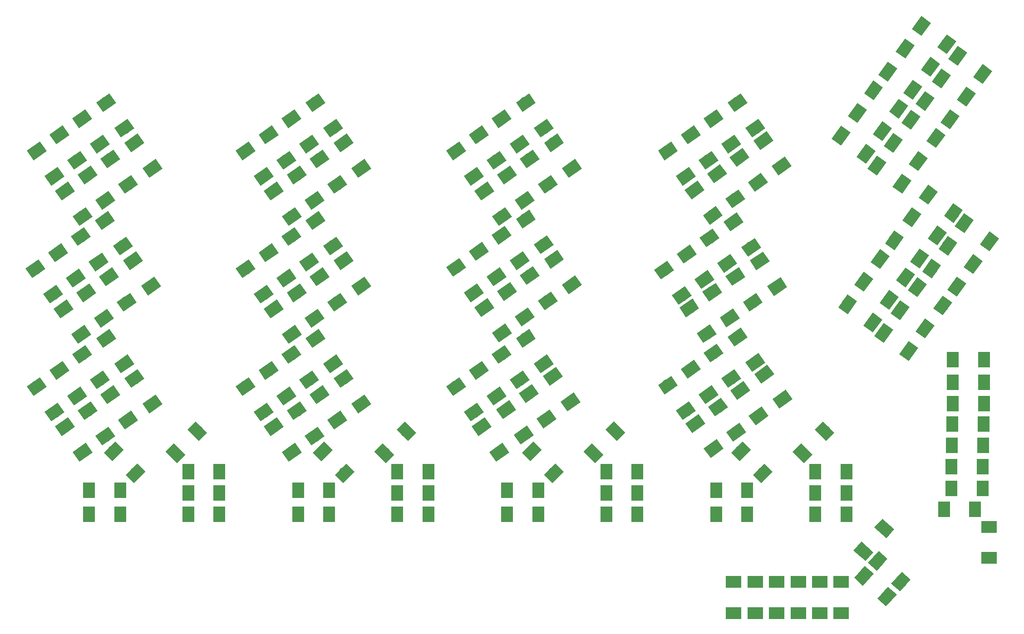
<source format=gbr>
%TF.GenerationSoftware,KiCad,Pcbnew,(5.1.4)-1*%
%TF.CreationDate,2020-05-13T01:14:08+08:00*%
%TF.ProjectId,LPF,4c50462e-6b69-4636-9164-5f7063625858,rev?*%
%TF.SameCoordinates,Original*%
%TF.FileFunction,Paste,Bot*%
%TF.FilePolarity,Positive*%
%FSLAX46Y46*%
G04 Gerber Fmt 4.6, Leading zero omitted, Abs format (unit mm)*
G04 Created by KiCad (PCBNEW (5.1.4)-1) date 2020-05-13 01:14:08*
%MOMM*%
%LPD*%
G04 APERTURE LIST*
%ADD10R,3.000000X2.200000*%
%ADD11C,2.200000*%
%ADD12C,0.350000*%
%ADD13R,2.200000X3.000000*%
G04 APERTURE END LIST*
D10*
X210000000Y-144300000D03*
X210000000Y-150100000D03*
X182400000Y-154600000D03*
X182400000Y-160400000D03*
X178400000Y-160400000D03*
X178400000Y-154600000D03*
X174400000Y-154600000D03*
X174400000Y-160400000D03*
X170400000Y-160400000D03*
X170400000Y-154600000D03*
X166400000Y-154600000D03*
X166400000Y-160400000D03*
D11*
X189244880Y-150659521D03*
D12*
G36*
X191066035Y-150280847D02*
G01*
X189058643Y-152510282D01*
X187423725Y-151038195D01*
X189431117Y-148808760D01*
X191066035Y-150280847D01*
X191066035Y-150280847D01*
G37*
D11*
X193555120Y-154540479D03*
D12*
G36*
X195376275Y-154161805D02*
G01*
X193368883Y-156391240D01*
X191733965Y-154919153D01*
X193741357Y-152689718D01*
X195376275Y-154161805D01*
X195376275Y-154161805D01*
G37*
D10*
X162300000Y-160400000D03*
X162300000Y-154600000D03*
D11*
X186559521Y-148905120D03*
D12*
G36*
X186180847Y-147083965D02*
G01*
X188410282Y-149091357D01*
X186938195Y-150726275D01*
X184708760Y-148718883D01*
X186180847Y-147083965D01*
X186180847Y-147083965D01*
G37*
D11*
X190440479Y-144594880D03*
D12*
G36*
X190061805Y-142773725D02*
G01*
X192291240Y-144781117D01*
X190819153Y-146416035D01*
X188589718Y-144408643D01*
X190061805Y-142773725D01*
X190061805Y-142773725D01*
G37*
D11*
X190955120Y-157340479D03*
D12*
G36*
X192776275Y-156961805D02*
G01*
X190768883Y-159191240D01*
X189133965Y-157719153D01*
X191141357Y-155489718D01*
X192776275Y-156961805D01*
X192776275Y-156961805D01*
G37*
D11*
X186644880Y-153459521D03*
D12*
G36*
X188466035Y-153080847D02*
G01*
X186458643Y-155310282D01*
X184823725Y-153838195D01*
X186831117Y-151608760D01*
X188466035Y-153080847D01*
X188466035Y-153080847D01*
G37*
D13*
X203250000Y-113100000D03*
X209050000Y-113100000D03*
X201600000Y-141000000D03*
X207400000Y-141000000D03*
X203151838Y-125100000D03*
X208951838Y-125100000D03*
X203000000Y-133100000D03*
X208800000Y-133100000D03*
X208879278Y-129100000D03*
X203079278Y-129100000D03*
X208800000Y-137100000D03*
X203000000Y-137100000D03*
X209055717Y-117350000D03*
X203255717Y-117350000D03*
X203250000Y-121350000D03*
X209050000Y-121350000D03*
D11*
X202326964Y-91842014D03*
D12*
G36*
X204098561Y-91275052D02*
G01*
X202335205Y-93702103D01*
X200555367Y-92408976D01*
X202318723Y-89981925D01*
X204098561Y-91275052D01*
X204098561Y-91275052D01*
G37*
D11*
X207019262Y-95251168D03*
D12*
G36*
X208790859Y-94684206D02*
G01*
X207027503Y-97111257D01*
X205247665Y-95818130D01*
X207011021Y-93391079D01*
X208790859Y-94684206D01*
X208790859Y-94684206D01*
G37*
D11*
X203977510Y-99471387D03*
D12*
G36*
X205749107Y-98904425D02*
G01*
X203985751Y-101331476D01*
X202205913Y-100038349D01*
X203969269Y-97611298D01*
X205749107Y-98904425D01*
X205749107Y-98904425D01*
G37*
D11*
X199285212Y-96062233D03*
D12*
G36*
X201056809Y-95495271D02*
G01*
X199293453Y-97922322D01*
X197513615Y-96629195D01*
X199276971Y-94202144D01*
X201056809Y-95495271D01*
X201056809Y-95495271D01*
G37*
D11*
X210061010Y-91030948D03*
D12*
G36*
X211832607Y-90463986D02*
G01*
X210069251Y-92891037D01*
X208289413Y-91597910D01*
X210052769Y-89170859D01*
X211832607Y-90463986D01*
X211832607Y-90463986D01*
G37*
D11*
X205368712Y-87621794D03*
D12*
G36*
X207140309Y-87054832D02*
G01*
X205376953Y-89481883D01*
X203597115Y-88188756D01*
X205360471Y-85761705D01*
X207140309Y-87054832D01*
X207140309Y-87054832D01*
G37*
D11*
X196646841Y-99570180D03*
D12*
G36*
X198418438Y-99003218D02*
G01*
X196655082Y-101430269D01*
X194875244Y-100137142D01*
X196638600Y-97710091D01*
X198418438Y-99003218D01*
X198418438Y-99003218D01*
G37*
D11*
X201339139Y-102979334D03*
D12*
G36*
X203110736Y-102412372D02*
G01*
X201347380Y-104839423D01*
X199567542Y-103546296D01*
X201330898Y-101119245D01*
X203110736Y-102412372D01*
X203110736Y-102412372D01*
G37*
D11*
X193368712Y-103871794D03*
D12*
G36*
X195140309Y-103304832D02*
G01*
X193376953Y-105731883D01*
X191597115Y-104438756D01*
X193360471Y-102011705D01*
X195140309Y-103304832D01*
X195140309Y-103304832D01*
G37*
D11*
X198061010Y-107280948D03*
D12*
G36*
X199832607Y-106713986D02*
G01*
X198069251Y-109141037D01*
X196289413Y-107847910D01*
X198052769Y-105420859D01*
X199832607Y-106713986D01*
X199832607Y-106713986D01*
G37*
D11*
X195019262Y-111501168D03*
D12*
G36*
X196790859Y-110934206D02*
G01*
X195027503Y-113361257D01*
X193247665Y-112068130D01*
X195011021Y-109641079D01*
X196790859Y-110934206D01*
X196790859Y-110934206D01*
G37*
D11*
X190326964Y-108092014D03*
D12*
G36*
X192098561Y-107525052D02*
G01*
X190335205Y-109952103D01*
X188555367Y-108658976D01*
X190318723Y-106231925D01*
X192098561Y-107525052D01*
X192098561Y-107525052D01*
G37*
D11*
X188306000Y-106179068D03*
D12*
G36*
X186534403Y-106746030D02*
G01*
X188297759Y-104318979D01*
X190077597Y-105612106D01*
X188314241Y-108039157D01*
X186534403Y-106746030D01*
X186534403Y-106746030D01*
G37*
D11*
X183613702Y-102769914D03*
D12*
G36*
X181842105Y-103336876D02*
G01*
X183605461Y-100909825D01*
X185385299Y-102202952D01*
X183621943Y-104630003D01*
X181842105Y-103336876D01*
X181842105Y-103336876D01*
G37*
D11*
X195613691Y-86519906D03*
D12*
G36*
X193842094Y-87086868D02*
G01*
X195605450Y-84659817D01*
X197385288Y-85952944D01*
X195621932Y-88379995D01*
X193842094Y-87086868D01*
X193842094Y-87086868D01*
G37*
D11*
X200305989Y-89929060D03*
D12*
G36*
X198534392Y-90496022D02*
G01*
X200297748Y-88068971D01*
X202077586Y-89362098D01*
X200314230Y-91789149D01*
X198534392Y-90496022D01*
X198534392Y-90496022D01*
G37*
D11*
X203347731Y-85708843D03*
D12*
G36*
X201576134Y-86275805D02*
G01*
X203339490Y-83848754D01*
X205119328Y-85141881D01*
X203355972Y-87568932D01*
X201576134Y-86275805D01*
X201576134Y-86275805D01*
G37*
D11*
X198655433Y-82299689D03*
D12*
G36*
X196883836Y-82866651D02*
G01*
X198647192Y-80439600D01*
X200427030Y-81732727D01*
X198663674Y-84159778D01*
X196883836Y-82866651D01*
X196883836Y-82866651D01*
G37*
D11*
X192335564Y-90821525D03*
D12*
G36*
X190563967Y-91388487D02*
G01*
X192327323Y-88961436D01*
X194107161Y-90254563D01*
X192343805Y-92681614D01*
X190563967Y-91388487D01*
X190563967Y-91388487D01*
G37*
D11*
X197027862Y-94230679D03*
D12*
G36*
X195256265Y-94797641D02*
G01*
X197019621Y-92370590D01*
X198799459Y-93663717D01*
X197036103Y-96090768D01*
X195256265Y-94797641D01*
X195256265Y-94797641D01*
G37*
D11*
X194389488Y-97738618D03*
D12*
G36*
X192617891Y-98305580D02*
G01*
X194381247Y-95878529D01*
X196161085Y-97171656D01*
X194397729Y-99598707D01*
X192617891Y-98305580D01*
X192617891Y-98305580D01*
G37*
D11*
X189697190Y-94329464D03*
D12*
G36*
X187925593Y-94896426D02*
G01*
X189688949Y-92469375D01*
X191468787Y-93762502D01*
X189705431Y-96189553D01*
X187925593Y-94896426D01*
X187925593Y-94896426D01*
G37*
D11*
X186655436Y-98549689D03*
D12*
G36*
X184883839Y-99116651D02*
G01*
X186647195Y-96689600D01*
X188427033Y-97982727D01*
X186663677Y-100409778D01*
X184883839Y-99116651D01*
X184883839Y-99116651D01*
G37*
D11*
X191347734Y-101958843D03*
D12*
G36*
X189576137Y-102525805D02*
G01*
X191339493Y-100098754D01*
X193119331Y-101391881D01*
X191355975Y-103818932D01*
X189576137Y-102525805D01*
X189576137Y-102525805D01*
G37*
D11*
X190097734Y-70458843D03*
D12*
G36*
X188326137Y-71025805D02*
G01*
X190089493Y-68598754D01*
X191869331Y-69891881D01*
X190105975Y-72318932D01*
X188326137Y-71025805D01*
X188326137Y-71025805D01*
G37*
D11*
X185405436Y-67049689D03*
D12*
G36*
X183633839Y-67616651D02*
G01*
X185397195Y-65189600D01*
X187177033Y-66482727D01*
X185413677Y-68909778D01*
X183633839Y-67616651D01*
X183633839Y-67616651D01*
G37*
D11*
X188447190Y-62829464D03*
D12*
G36*
X186675593Y-63396426D02*
G01*
X188438949Y-60969375D01*
X190218787Y-62262502D01*
X188455431Y-64689553D01*
X186675593Y-63396426D01*
X186675593Y-63396426D01*
G37*
D11*
X193139488Y-66238618D03*
D12*
G36*
X191367891Y-66805580D02*
G01*
X193131247Y-64378529D01*
X194911085Y-65671656D01*
X193147729Y-68098707D01*
X191367891Y-66805580D01*
X191367891Y-66805580D01*
G37*
D11*
X182363702Y-71269914D03*
D12*
G36*
X180592105Y-71836876D02*
G01*
X182355461Y-69409825D01*
X184135299Y-70702952D01*
X182371943Y-73130003D01*
X180592105Y-71836876D01*
X180592105Y-71836876D01*
G37*
D11*
X187056000Y-74679068D03*
D12*
G36*
X185284403Y-75246030D02*
G01*
X187047759Y-72818979D01*
X188827597Y-74112106D01*
X187064241Y-76539157D01*
X185284403Y-75246030D01*
X185284403Y-75246030D01*
G37*
D11*
X195777862Y-62730679D03*
D12*
G36*
X194006265Y-63297641D02*
G01*
X195769621Y-60870590D01*
X197549459Y-62163717D01*
X195786103Y-64590768D01*
X194006265Y-63297641D01*
X194006265Y-63297641D01*
G37*
D11*
X191085564Y-59321525D03*
D12*
G36*
X189313967Y-59888487D02*
G01*
X191077323Y-57461436D01*
X192857161Y-58754563D01*
X191093805Y-61181614D01*
X189313967Y-59888487D01*
X189313967Y-59888487D01*
G37*
D11*
X199055989Y-58429060D03*
D12*
G36*
X197284392Y-58996022D02*
G01*
X199047748Y-56568971D01*
X200827586Y-57862098D01*
X199064230Y-60289149D01*
X197284392Y-58996022D01*
X197284392Y-58996022D01*
G37*
D11*
X194363691Y-55019906D03*
D12*
G36*
X192592094Y-55586868D02*
G01*
X194355450Y-53159817D01*
X196135288Y-54452944D01*
X194371932Y-56879995D01*
X192592094Y-55586868D01*
X192592094Y-55586868D01*
G37*
D11*
X197405433Y-50799689D03*
D12*
G36*
X195633836Y-51366651D02*
G01*
X197397192Y-48939600D01*
X199177030Y-50232727D01*
X197413674Y-52659778D01*
X195633836Y-51366651D01*
X195633836Y-51366651D01*
G37*
D11*
X202097731Y-54208843D03*
D12*
G36*
X200326134Y-54775805D02*
G01*
X202089490Y-52348754D01*
X203869328Y-53641881D01*
X202105972Y-56068932D01*
X200326134Y-54775805D01*
X200326134Y-54775805D01*
G37*
D11*
X189076964Y-76842014D03*
D12*
G36*
X190848561Y-76275052D02*
G01*
X189085205Y-78702103D01*
X187305367Y-77408976D01*
X189068723Y-74981925D01*
X190848561Y-76275052D01*
X190848561Y-76275052D01*
G37*
D11*
X193769262Y-80251168D03*
D12*
G36*
X195540859Y-79684206D02*
G01*
X193777503Y-82111257D01*
X191997665Y-80818130D01*
X193761021Y-78391079D01*
X195540859Y-79684206D01*
X195540859Y-79684206D01*
G37*
D11*
X200089139Y-71729334D03*
D12*
G36*
X201860736Y-71162372D02*
G01*
X200097380Y-73589423D01*
X198317542Y-72296296D01*
X200080898Y-69869245D01*
X201860736Y-71162372D01*
X201860736Y-71162372D01*
G37*
D11*
X195396841Y-68320180D03*
D12*
G36*
X197168438Y-67753218D02*
G01*
X195405082Y-70180269D01*
X193625244Y-68887142D01*
X195388600Y-66460091D01*
X197168438Y-67753218D01*
X197168438Y-67753218D01*
G37*
D11*
X196811010Y-76030948D03*
D12*
G36*
X198582607Y-75463986D02*
G01*
X196819251Y-77891037D01*
X195039413Y-76597910D01*
X196802769Y-74170859D01*
X198582607Y-75463986D01*
X198582607Y-75463986D01*
G37*
D11*
X192118712Y-72621794D03*
D12*
G36*
X193890309Y-72054832D02*
G01*
X192126953Y-74481883D01*
X190347115Y-73188756D01*
X192110471Y-70761705D01*
X193890309Y-72054832D01*
X193890309Y-72054832D01*
G37*
D11*
X205769262Y-64001168D03*
D12*
G36*
X207540859Y-63434206D02*
G01*
X205777503Y-65861257D01*
X203997665Y-64568130D01*
X205761021Y-62141079D01*
X207540859Y-63434206D01*
X207540859Y-63434206D01*
G37*
D11*
X201076964Y-60592014D03*
D12*
G36*
X202848561Y-60025052D02*
G01*
X201085205Y-62452103D01*
X199305367Y-61158976D01*
X201068723Y-58731925D01*
X202848561Y-60025052D01*
X202848561Y-60025052D01*
G37*
D11*
X198035212Y-64812233D03*
D12*
G36*
X199806809Y-64245271D02*
G01*
X198043453Y-66672322D01*
X196263615Y-65379195D01*
X198026971Y-62952144D01*
X199806809Y-64245271D01*
X199806809Y-64245271D01*
G37*
D11*
X202727510Y-68221387D03*
D12*
G36*
X204499107Y-67654425D02*
G01*
X202735751Y-70081476D01*
X200955913Y-68788349D01*
X202719269Y-66361298D01*
X204499107Y-67654425D01*
X204499107Y-67654425D01*
G37*
D11*
X204118712Y-56371794D03*
D12*
G36*
X205890309Y-55804832D02*
G01*
X204126953Y-58231883D01*
X202347115Y-56938756D01*
X204110471Y-54511705D01*
X205890309Y-55804832D01*
X205890309Y-55804832D01*
G37*
D11*
X208811010Y-59780948D03*
D12*
G36*
X210582607Y-59213986D02*
G01*
X208819251Y-61641037D01*
X207039413Y-60347910D01*
X208802769Y-57920859D01*
X210582607Y-59213986D01*
X210582607Y-59213986D01*
G37*
D13*
X177600000Y-142000000D03*
X183400000Y-142000000D03*
D11*
X179300610Y-126449390D03*
D12*
G36*
X179017767Y-124610912D02*
G01*
X181139088Y-126732233D01*
X179583453Y-128287868D01*
X177462132Y-126166547D01*
X179017767Y-124610912D01*
X179017767Y-124610912D01*
G37*
D11*
X175199390Y-130550610D03*
D12*
G36*
X174916547Y-128712132D02*
G01*
X177037868Y-130833453D01*
X175482233Y-132389088D01*
X173360912Y-130267767D01*
X174916547Y-128712132D01*
X174916547Y-128712132D01*
G37*
D13*
X183400002Y-137999999D03*
X177600002Y-137999999D03*
X159100000Y-137500000D03*
X164900000Y-137500000D03*
X159100000Y-142000000D03*
X164900000Y-142000000D03*
X177600000Y-134000000D03*
X183400000Y-134000000D03*
D11*
X167800610Y-134300610D03*
D12*
G36*
X165962132Y-134583453D02*
G01*
X168083453Y-132462132D01*
X169639088Y-134017767D01*
X167517767Y-136139088D01*
X165962132Y-134583453D01*
X165962132Y-134583453D01*
G37*
D11*
X163699390Y-130199390D03*
D12*
G36*
X161860912Y-130482233D02*
G01*
X163982233Y-128360912D01*
X165537868Y-129916547D01*
X163416547Y-132037868D01*
X161860912Y-130482233D01*
X161860912Y-130482233D01*
G37*
D13*
X144400000Y-142000000D03*
X138600000Y-142000000D03*
X99600000Y-142000000D03*
X105400000Y-142000000D03*
X144400000Y-134000000D03*
X138600000Y-134000000D03*
D11*
X124699390Y-130199390D03*
D12*
G36*
X122860912Y-130482233D02*
G01*
X124982233Y-128360912D01*
X126537868Y-129916547D01*
X124416547Y-132037868D01*
X122860912Y-130482233D01*
X122860912Y-130482233D01*
G37*
D11*
X128800610Y-134300610D03*
D12*
G36*
X126962132Y-134583453D02*
G01*
X129083453Y-132462132D01*
X130639088Y-134017767D01*
X128517767Y-136139088D01*
X126962132Y-134583453D01*
X126962132Y-134583453D01*
G37*
D13*
X125900000Y-137500000D03*
X120100000Y-137500000D03*
X125900000Y-142000000D03*
X120100000Y-142000000D03*
X138600002Y-137999999D03*
X144400002Y-137999999D03*
D11*
X136199390Y-130550610D03*
D12*
G36*
X135916547Y-128712132D02*
G01*
X138037868Y-130833453D01*
X136482233Y-132389088D01*
X134360912Y-130267767D01*
X135916547Y-128712132D01*
X135916547Y-128712132D01*
G37*
D11*
X140300610Y-126449390D03*
D12*
G36*
X140017767Y-124610912D02*
G01*
X142139088Y-126732233D01*
X140583453Y-128287868D01*
X138462132Y-126166547D01*
X140017767Y-124610912D01*
X140017767Y-124610912D01*
G37*
D13*
X99600000Y-134000000D03*
X105400000Y-134000000D03*
D11*
X89800610Y-134300610D03*
D12*
G36*
X87962132Y-134583453D02*
G01*
X90083453Y-132462132D01*
X91639088Y-134017767D01*
X89517767Y-136139088D01*
X87962132Y-134583453D01*
X87962132Y-134583453D01*
G37*
D11*
X85699390Y-130199390D03*
D12*
G36*
X83860912Y-130482233D02*
G01*
X85982233Y-128360912D01*
X87537868Y-129916547D01*
X85416547Y-132037868D01*
X83860912Y-130482233D01*
X83860912Y-130482233D01*
G37*
D13*
X81100000Y-137500000D03*
X86900000Y-137500000D03*
D11*
X101300610Y-126449390D03*
D12*
G36*
X101017767Y-124610912D02*
G01*
X103139088Y-126732233D01*
X101583453Y-128287868D01*
X99462132Y-126166547D01*
X101017767Y-124610912D01*
X101017767Y-124610912D01*
G37*
D11*
X97199390Y-130550610D03*
D12*
G36*
X96916547Y-128712132D02*
G01*
X99037868Y-130833453D01*
X97482233Y-132389088D01*
X95360912Y-130267767D01*
X96916547Y-128712132D01*
X96916547Y-128712132D01*
G37*
D13*
X81100000Y-142000000D03*
X86900000Y-142000000D03*
X105400002Y-137999999D03*
X99600002Y-137999999D03*
D11*
X46699390Y-130199390D03*
D12*
G36*
X44860912Y-130482233D02*
G01*
X46982233Y-128360912D01*
X48537868Y-129916547D01*
X46416547Y-132037868D01*
X44860912Y-130482233D01*
X44860912Y-130482233D01*
G37*
D11*
X50800610Y-134300610D03*
D12*
G36*
X48962132Y-134583453D02*
G01*
X51083453Y-132462132D01*
X52639088Y-134017767D01*
X50517767Y-136139088D01*
X48962132Y-134583453D01*
X48962132Y-134583453D01*
G37*
D13*
X66400000Y-134000000D03*
X60600000Y-134000000D03*
D11*
X163604521Y-118875768D03*
D12*
G36*
X165464610Y-118884009D02*
G01*
X163037559Y-120647365D01*
X161744432Y-118867527D01*
X164171483Y-117104171D01*
X165464610Y-118884009D01*
X165464610Y-118884009D01*
G37*
D11*
X167013675Y-123568066D03*
D12*
G36*
X168873764Y-123576307D02*
G01*
X166446713Y-125339663D01*
X165153586Y-123559825D01*
X167580637Y-121796469D01*
X168873764Y-123576307D01*
X168873764Y-123576307D01*
G37*
D11*
X157663372Y-119625541D03*
D12*
G36*
X155803710Y-119584838D02*
G01*
X158261166Y-117864109D01*
X159523034Y-119666244D01*
X157065578Y-121386973D01*
X155803710Y-119584838D01*
X155803710Y-119584838D01*
G37*
D11*
X154336628Y-114874459D03*
D12*
G36*
X152476966Y-114833756D02*
G01*
X154934422Y-113113027D01*
X156196290Y-114915162D01*
X153738834Y-116635891D01*
X152476966Y-114833756D01*
X152476966Y-114833756D01*
G37*
D11*
X166413372Y-113625541D03*
D12*
G36*
X164553710Y-113584838D02*
G01*
X167011166Y-111864109D01*
X168273034Y-113666244D01*
X165815578Y-115386973D01*
X164553710Y-113584838D01*
X164553710Y-113584838D01*
G37*
D11*
X163086628Y-108874459D03*
D12*
G36*
X161226966Y-108833756D02*
G01*
X163684422Y-107113027D01*
X164946290Y-108915162D01*
X162488834Y-110635891D01*
X161226966Y-108833756D01*
X161226966Y-108833756D01*
G37*
D11*
X155210530Y-125023200D03*
D12*
G36*
X157070619Y-125031441D02*
G01*
X154643568Y-126794797D01*
X153350441Y-125014959D01*
X155777492Y-123251603D01*
X157070619Y-125031441D01*
X157070619Y-125031441D01*
G37*
D11*
X158619684Y-129715498D03*
D12*
G36*
X160479773Y-129723739D02*
G01*
X158052722Y-131487095D01*
X156759595Y-129707257D01*
X159186646Y-127943901D01*
X160479773Y-129723739D01*
X160479773Y-129723739D01*
G37*
D11*
X161913372Y-116625541D03*
D12*
G36*
X160053710Y-116584838D02*
G01*
X162511166Y-114864109D01*
X163773034Y-116666244D01*
X161315578Y-118386973D01*
X160053710Y-116584838D01*
X160053710Y-116584838D01*
G37*
D11*
X158586628Y-111874459D03*
D12*
G36*
X156726966Y-111833756D02*
G01*
X159184422Y-110113027D01*
X160446290Y-111915162D01*
X157988834Y-113635891D01*
X156726966Y-111833756D01*
X156726966Y-111833756D01*
G37*
D11*
X162816679Y-126641782D03*
D12*
G36*
X164676768Y-126650023D02*
G01*
X162249717Y-128413379D01*
X160956590Y-126633541D01*
X163383641Y-124870185D01*
X164676768Y-126650023D01*
X164676768Y-126650023D01*
G37*
D11*
X159407525Y-121949484D03*
D12*
G36*
X161267614Y-121957725D02*
G01*
X158840563Y-123721081D01*
X157547436Y-121941243D01*
X159974487Y-120177887D01*
X161267614Y-121957725D01*
X161267614Y-121957725D01*
G37*
D11*
X168051478Y-115797689D03*
D12*
G36*
X169911567Y-115805930D02*
G01*
X167484516Y-117569286D01*
X166191389Y-115789448D01*
X168618440Y-114026092D01*
X169911567Y-115805930D01*
X169911567Y-115805930D01*
G37*
D11*
X171460632Y-120489987D03*
D12*
G36*
X173320721Y-120498228D02*
G01*
X170893670Y-122261584D01*
X169600543Y-120481746D01*
X172027594Y-118718390D01*
X173320721Y-120498228D01*
X173320721Y-120498228D01*
G37*
D11*
X153413372Y-122625541D03*
D12*
G36*
X151553710Y-122584838D02*
G01*
X154011166Y-120864109D01*
X155273034Y-122666244D01*
X152815578Y-124386973D01*
X151553710Y-122584838D01*
X151553710Y-122584838D01*
G37*
D11*
X150086628Y-117874459D03*
D12*
G36*
X148226966Y-117833756D02*
G01*
X150684422Y-116113027D01*
X151946290Y-117915162D01*
X149488834Y-119635891D01*
X148226966Y-117833756D01*
X148226966Y-117833756D01*
G37*
D11*
X162675667Y-97581625D03*
D12*
G36*
X164534336Y-97654777D02*
G01*
X162047223Y-99332356D01*
X160816998Y-97508473D01*
X163304111Y-95830894D01*
X164534336Y-97654777D01*
X164534336Y-97654777D01*
G37*
D11*
X165918985Y-102390043D03*
D12*
G36*
X167777654Y-102463195D02*
G01*
X165290541Y-104140774D01*
X164060316Y-102316891D01*
X166547429Y-100639312D01*
X167777654Y-102463195D01*
X167777654Y-102463195D01*
G37*
D11*
X156913372Y-98125541D03*
D12*
G36*
X155053710Y-98084838D02*
G01*
X157511166Y-96364109D01*
X158773034Y-98166244D01*
X156315578Y-99886973D01*
X155053710Y-98084838D01*
X155053710Y-98084838D01*
G37*
D11*
X153586628Y-93374459D03*
D12*
G36*
X151726966Y-93333756D02*
G01*
X154184422Y-91613027D01*
X155446290Y-93415162D01*
X152988834Y-95135891D01*
X151726966Y-93333756D01*
X151726966Y-93333756D01*
G37*
D11*
X165663372Y-92125541D03*
D12*
G36*
X163803710Y-92084838D02*
G01*
X166261166Y-90364109D01*
X167523034Y-92166244D01*
X165065578Y-93886973D01*
X163803710Y-92084838D01*
X163803710Y-92084838D01*
G37*
D11*
X162336628Y-87374459D03*
D12*
G36*
X160476966Y-87333756D02*
G01*
X162934422Y-85613027D01*
X164196290Y-87415162D01*
X161738834Y-89135891D01*
X160476966Y-87333756D01*
X160476966Y-87333756D01*
G37*
D11*
X154072247Y-103432366D03*
D12*
G36*
X155930916Y-103505518D02*
G01*
X153443803Y-105183097D01*
X152213578Y-103359214D01*
X154700691Y-101681635D01*
X155930916Y-103505518D01*
X155930916Y-103505518D01*
G37*
D11*
X157315565Y-108240784D03*
D12*
G36*
X159174234Y-108313936D02*
G01*
X156687121Y-109991515D01*
X155456896Y-108167632D01*
X157944009Y-106490053D01*
X159174234Y-108313936D01*
X159174234Y-108313936D01*
G37*
D11*
X161163372Y-95125541D03*
D12*
G36*
X159303710Y-95084838D02*
G01*
X161761166Y-93364109D01*
X163023034Y-95166244D01*
X160565578Y-96886973D01*
X159303710Y-95084838D01*
X159303710Y-95084838D01*
G37*
D11*
X157836628Y-90374459D03*
D12*
G36*
X155976966Y-90333756D02*
G01*
X158434422Y-88613027D01*
X159696290Y-90415162D01*
X157238834Y-92135891D01*
X155976966Y-90333756D01*
X155976966Y-90333756D01*
G37*
D11*
X161617275Y-105315414D03*
D12*
G36*
X163475944Y-105388566D02*
G01*
X160988831Y-107066145D01*
X159758606Y-105242262D01*
X162245719Y-103564683D01*
X163475944Y-105388566D01*
X163475944Y-105388566D01*
G37*
D11*
X158373957Y-100506996D03*
D12*
G36*
X160232626Y-100580148D02*
G01*
X157745513Y-102257727D01*
X156515288Y-100433844D01*
X159002401Y-98756265D01*
X160232626Y-100580148D01*
X160232626Y-100580148D01*
G37*
D11*
X167227339Y-94660618D03*
D12*
G36*
X169086008Y-94733770D02*
G01*
X166598895Y-96411349D01*
X165368670Y-94587466D01*
X167855783Y-92909887D01*
X169086008Y-94733770D01*
X169086008Y-94733770D01*
G37*
D11*
X170470657Y-99469036D03*
D12*
G36*
X172329326Y-99542188D02*
G01*
X169842213Y-101219767D01*
X168611988Y-99395884D01*
X171099101Y-97718305D01*
X172329326Y-99542188D01*
X172329326Y-99542188D01*
G37*
D11*
X152663372Y-101125541D03*
D12*
G36*
X150803710Y-101084838D02*
G01*
X153261166Y-99364109D01*
X154523034Y-101166244D01*
X152065578Y-102886973D01*
X150803710Y-101084838D01*
X150803710Y-101084838D01*
G37*
D11*
X149336628Y-96374459D03*
D12*
G36*
X147476966Y-96333756D02*
G01*
X149934422Y-94613027D01*
X151196290Y-96415162D01*
X148738834Y-98135891D01*
X147476966Y-96333756D01*
X147476966Y-96333756D01*
G37*
D11*
X166864418Y-80003224D03*
D12*
G36*
X168724507Y-80011465D02*
G01*
X166297456Y-81774821D01*
X165004329Y-79994983D01*
X167431380Y-78231627D01*
X168724507Y-80011465D01*
X168724507Y-80011465D01*
G37*
D11*
X163455264Y-75310926D03*
D12*
G36*
X165315353Y-75319167D02*
G01*
X162888302Y-77082523D01*
X161595175Y-75302685D01*
X164022226Y-73539329D01*
X165315353Y-75319167D01*
X165315353Y-75319167D01*
G37*
D11*
X154336628Y-71124459D03*
D12*
G36*
X152476966Y-71083756D02*
G01*
X154934422Y-69363027D01*
X156196290Y-71165162D01*
X153738834Y-72885891D01*
X152476966Y-71083756D01*
X152476966Y-71083756D01*
G37*
D11*
X157663372Y-75875541D03*
D12*
G36*
X155803710Y-75834838D02*
G01*
X158261166Y-74114109D01*
X159523034Y-75916244D01*
X157065578Y-77636973D01*
X155803710Y-75834838D01*
X155803710Y-75834838D01*
G37*
D11*
X163086628Y-65124459D03*
D12*
G36*
X161226966Y-65083756D02*
G01*
X163684422Y-63363027D01*
X164946290Y-65165162D01*
X162488834Y-66885891D01*
X161226966Y-65083756D01*
X161226966Y-65083756D01*
G37*
D11*
X166413372Y-69875541D03*
D12*
G36*
X164553710Y-69834838D02*
G01*
X167011166Y-68114109D01*
X168273034Y-69916244D01*
X165815578Y-71636973D01*
X164553710Y-69834838D01*
X164553710Y-69834838D01*
G37*
D11*
X158470427Y-86150656D03*
D12*
G36*
X160330516Y-86158897D02*
G01*
X157903465Y-87922253D01*
X156610338Y-86142415D01*
X159037389Y-84379059D01*
X160330516Y-86158897D01*
X160330516Y-86158897D01*
G37*
D11*
X155061273Y-81458358D03*
D12*
G36*
X156921362Y-81466599D02*
G01*
X154494311Y-83229955D01*
X153201184Y-81450117D01*
X155628235Y-79686761D01*
X156921362Y-81466599D01*
X156921362Y-81466599D01*
G37*
D11*
X158586628Y-68124459D03*
D12*
G36*
X156726966Y-68083756D02*
G01*
X159184422Y-66363027D01*
X160446290Y-68165162D01*
X157988834Y-69885891D01*
X156726966Y-68083756D01*
X156726966Y-68083756D01*
G37*
D11*
X161913372Y-72875541D03*
D12*
G36*
X160053710Y-72834838D02*
G01*
X162511166Y-71114109D01*
X163773034Y-72916244D01*
X161315578Y-74636973D01*
X160053710Y-72834838D01*
X160053710Y-72834838D01*
G37*
D11*
X159258268Y-78384642D03*
D12*
G36*
X161118357Y-78392883D02*
G01*
X158691306Y-80156239D01*
X157398179Y-78376401D01*
X159825230Y-76613045D01*
X161118357Y-78392883D01*
X161118357Y-78392883D01*
G37*
D11*
X162667422Y-83076940D03*
D12*
G36*
X164527511Y-83085181D02*
G01*
X162100460Y-84848537D01*
X160807333Y-83068699D01*
X163234384Y-81305343D01*
X164527511Y-83085181D01*
X164527511Y-83085181D01*
G37*
D11*
X171311375Y-76925145D03*
D12*
G36*
X173171464Y-76933386D02*
G01*
X170744413Y-78696742D01*
X169451286Y-76916904D01*
X171878337Y-75153548D01*
X173171464Y-76933386D01*
X173171464Y-76933386D01*
G37*
D11*
X167902221Y-72232847D03*
D12*
G36*
X169762310Y-72241088D02*
G01*
X167335259Y-74004444D01*
X166042132Y-72224606D01*
X168469183Y-70461250D01*
X169762310Y-72241088D01*
X169762310Y-72241088D01*
G37*
D11*
X150086628Y-74124459D03*
D12*
G36*
X148226966Y-74083756D02*
G01*
X150684422Y-72363027D01*
X151946290Y-74165162D01*
X149488834Y-75885891D01*
X148226966Y-74083756D01*
X148226966Y-74083756D01*
G37*
D11*
X153413372Y-78875541D03*
D12*
G36*
X151553710Y-78834838D02*
G01*
X154011166Y-77114109D01*
X155273034Y-78916244D01*
X152815578Y-80636973D01*
X151553710Y-78834838D01*
X151553710Y-78834838D01*
G37*
D11*
X115836628Y-81624459D03*
D12*
G36*
X117696290Y-81665162D02*
G01*
X115238834Y-83385891D01*
X113976966Y-81583756D01*
X116434422Y-79863027D01*
X117696290Y-81665162D01*
X117696290Y-81665162D01*
G37*
D11*
X119163372Y-86375541D03*
D12*
G36*
X121023034Y-86416244D02*
G01*
X118565578Y-88136973D01*
X117303710Y-86334838D01*
X119761166Y-84614109D01*
X121023034Y-86416244D01*
X121023034Y-86416244D01*
G37*
D11*
X123413372Y-83375541D03*
D12*
G36*
X125273034Y-83416244D02*
G01*
X122815578Y-85136973D01*
X121553710Y-83334838D01*
X124011166Y-81614109D01*
X125273034Y-83416244D01*
X125273034Y-83416244D01*
G37*
D11*
X120086628Y-78624459D03*
D12*
G36*
X121946290Y-78665162D02*
G01*
X119488834Y-80385891D01*
X118226966Y-78583756D01*
X120684422Y-76863027D01*
X121946290Y-78665162D01*
X121946290Y-78665162D01*
G37*
D11*
X124336628Y-75624459D03*
D12*
G36*
X126196290Y-75665162D02*
G01*
X123738834Y-77385891D01*
X122476966Y-75583756D01*
X124934422Y-73863027D01*
X126196290Y-75665162D01*
X126196290Y-75665162D01*
G37*
D11*
X127663372Y-80375541D03*
D12*
G36*
X129523034Y-80416244D02*
G01*
X127065578Y-82136973D01*
X125803710Y-80334838D01*
X128261166Y-78614109D01*
X129523034Y-80416244D01*
X129523034Y-80416244D01*
G37*
D11*
X113913372Y-78875541D03*
D12*
G36*
X112053710Y-78834838D02*
G01*
X114511166Y-77114109D01*
X115773034Y-78916244D01*
X113315578Y-80636973D01*
X112053710Y-78834838D01*
X112053710Y-78834838D01*
G37*
D11*
X110586628Y-74124459D03*
D12*
G36*
X108726966Y-74083756D02*
G01*
X111184422Y-72363027D01*
X112446290Y-74165162D01*
X109988834Y-75885891D01*
X108726966Y-74083756D01*
X108726966Y-74083756D01*
G37*
D11*
X126913372Y-69875541D03*
D12*
G36*
X125053710Y-69834838D02*
G01*
X127511166Y-68114109D01*
X128773034Y-69916244D01*
X126315578Y-71636973D01*
X125053710Y-69834838D01*
X125053710Y-69834838D01*
G37*
D11*
X123586628Y-65124459D03*
D12*
G36*
X121726966Y-65083756D02*
G01*
X124184422Y-63363027D01*
X125446290Y-65165162D01*
X122988834Y-66885891D01*
X121726966Y-65083756D01*
X121726966Y-65083756D01*
G37*
D11*
X118163372Y-75875541D03*
D12*
G36*
X116303710Y-75834838D02*
G01*
X118761166Y-74114109D01*
X120023034Y-75916244D01*
X117565578Y-77636973D01*
X116303710Y-75834838D01*
X116303710Y-75834838D01*
G37*
D11*
X114836628Y-71124459D03*
D12*
G36*
X112976966Y-71083756D02*
G01*
X115434422Y-69363027D01*
X116696290Y-71165162D01*
X114238834Y-72885891D01*
X112976966Y-71083756D01*
X112976966Y-71083756D01*
G37*
D11*
X128836628Y-72624459D03*
D12*
G36*
X130696290Y-72665162D02*
G01*
X128238834Y-74385891D01*
X126976966Y-72583756D01*
X129434422Y-70863027D01*
X130696290Y-72665162D01*
X130696290Y-72665162D01*
G37*
D11*
X132163372Y-77375541D03*
D12*
G36*
X134023034Y-77416244D02*
G01*
X131565578Y-79136973D01*
X130303710Y-77334838D01*
X132761166Y-75614109D01*
X134023034Y-77416244D01*
X134023034Y-77416244D01*
G37*
D11*
X122413372Y-72875541D03*
D12*
G36*
X120553710Y-72834838D02*
G01*
X123011166Y-71114109D01*
X124273034Y-72916244D01*
X121815578Y-74636973D01*
X120553710Y-72834838D01*
X120553710Y-72834838D01*
G37*
D11*
X119086628Y-68124459D03*
D12*
G36*
X117226966Y-68083756D02*
G01*
X119684422Y-66363027D01*
X120946290Y-68165162D01*
X118488834Y-69885891D01*
X117226966Y-68083756D01*
X117226966Y-68083756D01*
G37*
D11*
X127663372Y-102125541D03*
D12*
G36*
X129523034Y-102166244D02*
G01*
X127065578Y-103886973D01*
X125803710Y-102084838D01*
X128261166Y-100364109D01*
X129523034Y-102166244D01*
X129523034Y-102166244D01*
G37*
D11*
X124336628Y-97374459D03*
D12*
G36*
X126196290Y-97415162D02*
G01*
X123738834Y-99135891D01*
X122476966Y-97333756D01*
X124934422Y-95613027D01*
X126196290Y-97415162D01*
X126196290Y-97415162D01*
G37*
D11*
X110586628Y-95874459D03*
D12*
G36*
X108726966Y-95833756D02*
G01*
X111184422Y-94113027D01*
X112446290Y-95915162D01*
X109988834Y-97635891D01*
X108726966Y-95833756D01*
X108726966Y-95833756D01*
G37*
D11*
X113913372Y-100625541D03*
D12*
G36*
X112053710Y-100584838D02*
G01*
X114511166Y-98864109D01*
X115773034Y-100666244D01*
X113315578Y-102386973D01*
X112053710Y-100584838D01*
X112053710Y-100584838D01*
G37*
D11*
X120086628Y-100374459D03*
D12*
G36*
X121946290Y-100415162D02*
G01*
X119488834Y-102135891D01*
X118226966Y-100333756D01*
X120684422Y-98613027D01*
X121946290Y-100415162D01*
X121946290Y-100415162D01*
G37*
D11*
X123413372Y-105125541D03*
D12*
G36*
X125273034Y-105166244D02*
G01*
X122815578Y-106886973D01*
X121553710Y-105084838D01*
X124011166Y-103364109D01*
X125273034Y-105166244D01*
X125273034Y-105166244D01*
G37*
D11*
X123586628Y-86874459D03*
D12*
G36*
X121726966Y-86833756D02*
G01*
X124184422Y-85113027D01*
X125446290Y-86915162D01*
X122988834Y-88635891D01*
X121726966Y-86833756D01*
X121726966Y-86833756D01*
G37*
D11*
X126913372Y-91625541D03*
D12*
G36*
X125053710Y-91584838D02*
G01*
X127511166Y-89864109D01*
X128773034Y-91666244D01*
X126315578Y-93386973D01*
X125053710Y-91584838D01*
X125053710Y-91584838D01*
G37*
D11*
X114836628Y-92874459D03*
D12*
G36*
X112976966Y-92833756D02*
G01*
X115434422Y-91113027D01*
X116696290Y-92915162D01*
X114238834Y-94635891D01*
X112976966Y-92833756D01*
X112976966Y-92833756D01*
G37*
D11*
X118163372Y-97625541D03*
D12*
G36*
X116303710Y-97584838D02*
G01*
X118761166Y-95864109D01*
X120023034Y-97666244D01*
X117565578Y-99386973D01*
X116303710Y-97584838D01*
X116303710Y-97584838D01*
G37*
D11*
X132163372Y-99125541D03*
D12*
G36*
X134023034Y-99166244D02*
G01*
X131565578Y-100886973D01*
X130303710Y-99084838D01*
X132761166Y-97364109D01*
X134023034Y-99166244D01*
X134023034Y-99166244D01*
G37*
D11*
X128836628Y-94374459D03*
D12*
G36*
X130696290Y-94415162D02*
G01*
X128238834Y-96135891D01*
X126976966Y-94333756D01*
X129434422Y-92613027D01*
X130696290Y-94415162D01*
X130696290Y-94415162D01*
G37*
D11*
X119163372Y-108125541D03*
D12*
G36*
X121023034Y-108166244D02*
G01*
X118565578Y-109886973D01*
X117303710Y-108084838D01*
X119761166Y-106364109D01*
X121023034Y-108166244D01*
X121023034Y-108166244D01*
G37*
D11*
X115836628Y-103374459D03*
D12*
G36*
X117696290Y-103415162D02*
G01*
X115238834Y-105135891D01*
X113976966Y-103333756D01*
X116434422Y-101613027D01*
X117696290Y-103415162D01*
X117696290Y-103415162D01*
G37*
D11*
X119086628Y-89874459D03*
D12*
G36*
X117226966Y-89833756D02*
G01*
X119684422Y-88113027D01*
X120946290Y-89915162D01*
X118488834Y-91635891D01*
X117226966Y-89833756D01*
X117226966Y-89833756D01*
G37*
D11*
X122413372Y-94625541D03*
D12*
G36*
X120553710Y-94584838D02*
G01*
X123011166Y-92864109D01*
X124273034Y-94666244D01*
X121815578Y-96386973D01*
X120553710Y-94584838D01*
X120553710Y-94584838D01*
G37*
D11*
X113913372Y-122875541D03*
D12*
G36*
X112053710Y-122834838D02*
G01*
X114511166Y-121114109D01*
X115773034Y-122916244D01*
X113315578Y-124636973D01*
X112053710Y-122834838D01*
X112053710Y-122834838D01*
G37*
D11*
X110586628Y-118124459D03*
D12*
G36*
X108726966Y-118083756D02*
G01*
X111184422Y-116363027D01*
X112446290Y-118165162D01*
X109988834Y-119885891D01*
X108726966Y-118083756D01*
X108726966Y-118083756D01*
G37*
D11*
X123213372Y-127175541D03*
D12*
G36*
X125073034Y-127216244D02*
G01*
X122615578Y-128936973D01*
X121353710Y-127134838D01*
X123811166Y-125414109D01*
X125073034Y-127216244D01*
X125073034Y-127216244D01*
G37*
D11*
X119886628Y-122424459D03*
D12*
G36*
X121746290Y-122465162D02*
G01*
X119288834Y-124185891D01*
X118026966Y-122383756D01*
X120484422Y-120663027D01*
X121746290Y-122465162D01*
X121746290Y-122465162D01*
G37*
D11*
X126913372Y-113875541D03*
D12*
G36*
X125053710Y-113834838D02*
G01*
X127511166Y-112114109D01*
X128773034Y-113916244D01*
X126315578Y-115636973D01*
X125053710Y-113834838D01*
X125053710Y-113834838D01*
G37*
D11*
X123586628Y-109124459D03*
D12*
G36*
X121726966Y-109083756D02*
G01*
X124184422Y-107363027D01*
X125446290Y-109165162D01*
X122988834Y-110885891D01*
X121726966Y-109083756D01*
X121726966Y-109083756D01*
G37*
D11*
X122413372Y-116875541D03*
D12*
G36*
X120553710Y-116834838D02*
G01*
X123011166Y-115114109D01*
X124273034Y-116916244D01*
X121815578Y-118636973D01*
X120553710Y-116834838D01*
X120553710Y-116834838D01*
G37*
D11*
X119086628Y-112124459D03*
D12*
G36*
X117226966Y-112083756D02*
G01*
X119684422Y-110363027D01*
X120946290Y-112165162D01*
X118488834Y-113885891D01*
X117226966Y-112083756D01*
X117226966Y-112083756D01*
G37*
D11*
X118163372Y-119875541D03*
D12*
G36*
X116303710Y-119834838D02*
G01*
X118761166Y-118114109D01*
X120023034Y-119916244D01*
X117565578Y-121636973D01*
X116303710Y-119834838D01*
X116303710Y-119834838D01*
G37*
D11*
X114836628Y-115124459D03*
D12*
G36*
X112976966Y-115083756D02*
G01*
X115434422Y-113363027D01*
X116696290Y-115165162D01*
X114238834Y-116885891D01*
X112976966Y-115083756D01*
X112976966Y-115083756D01*
G37*
D11*
X128636628Y-116224459D03*
D12*
G36*
X130496290Y-116265162D02*
G01*
X128038834Y-117985891D01*
X126776966Y-116183756D01*
X129234422Y-114463027D01*
X130496290Y-116265162D01*
X130496290Y-116265162D01*
G37*
D11*
X131963372Y-120975541D03*
D12*
G36*
X133823034Y-121016244D02*
G01*
X131365578Y-122736973D01*
X130103710Y-120934838D01*
X132561166Y-119214109D01*
X133823034Y-121016244D01*
X133823034Y-121016244D01*
G37*
D11*
X115336628Y-125624459D03*
D12*
G36*
X117196290Y-125665162D02*
G01*
X114738834Y-127385891D01*
X113476966Y-125583756D01*
X115934422Y-123863027D01*
X117196290Y-125665162D01*
X117196290Y-125665162D01*
G37*
D11*
X118663372Y-130375541D03*
D12*
G36*
X120523034Y-130416244D02*
G01*
X118065578Y-132136973D01*
X116803710Y-130334838D01*
X119261166Y-128614109D01*
X120523034Y-130416244D01*
X120523034Y-130416244D01*
G37*
D11*
X124136628Y-119424459D03*
D12*
G36*
X125996290Y-119465162D02*
G01*
X123538834Y-121185891D01*
X122276966Y-119383756D01*
X124734422Y-117663027D01*
X125996290Y-119465162D01*
X125996290Y-119465162D01*
G37*
D11*
X127463372Y-124175541D03*
D12*
G36*
X129323034Y-124216244D02*
G01*
X126865578Y-125936973D01*
X125603710Y-124134838D01*
X128061166Y-122414109D01*
X129323034Y-124216244D01*
X129323034Y-124216244D01*
G37*
D11*
X79913372Y-86375541D03*
D12*
G36*
X81773034Y-86416244D02*
G01*
X79315578Y-88136973D01*
X78053710Y-86334838D01*
X80511166Y-84614109D01*
X81773034Y-86416244D01*
X81773034Y-86416244D01*
G37*
D11*
X76586628Y-81624459D03*
D12*
G36*
X78446290Y-81665162D02*
G01*
X75988834Y-83385891D01*
X74726966Y-81583756D01*
X77184422Y-79863027D01*
X78446290Y-81665162D01*
X78446290Y-81665162D01*
G37*
D11*
X88413372Y-80375541D03*
D12*
G36*
X90273034Y-80416244D02*
G01*
X87815578Y-82136973D01*
X86553710Y-80334838D01*
X89011166Y-78614109D01*
X90273034Y-80416244D01*
X90273034Y-80416244D01*
G37*
D11*
X85086628Y-75624459D03*
D12*
G36*
X86946290Y-75665162D02*
G01*
X84488834Y-77385891D01*
X83226966Y-75583756D01*
X85684422Y-73863027D01*
X86946290Y-75665162D01*
X86946290Y-75665162D01*
G37*
D11*
X80836628Y-78624459D03*
D12*
G36*
X82696290Y-78665162D02*
G01*
X80238834Y-80385891D01*
X78976966Y-78583756D01*
X81434422Y-76863027D01*
X82696290Y-78665162D01*
X82696290Y-78665162D01*
G37*
D11*
X84163372Y-83375541D03*
D12*
G36*
X86023034Y-83416244D02*
G01*
X83565578Y-85136973D01*
X82303710Y-83334838D01*
X84761166Y-81614109D01*
X86023034Y-83416244D01*
X86023034Y-83416244D01*
G37*
D11*
X79836628Y-68124459D03*
D12*
G36*
X77976966Y-68083756D02*
G01*
X80434422Y-66363027D01*
X81696290Y-68165162D01*
X79238834Y-69885891D01*
X77976966Y-68083756D01*
X77976966Y-68083756D01*
G37*
D11*
X83163372Y-72875541D03*
D12*
G36*
X81303710Y-72834838D02*
G01*
X83761166Y-71114109D01*
X85023034Y-72916244D01*
X82565578Y-74636973D01*
X81303710Y-72834838D01*
X81303710Y-72834838D01*
G37*
D11*
X84336628Y-65124459D03*
D12*
G36*
X82476966Y-65083756D02*
G01*
X84934422Y-63363027D01*
X86196290Y-65165162D01*
X83738834Y-66885891D01*
X82476966Y-65083756D01*
X82476966Y-65083756D01*
G37*
D11*
X87663372Y-69875541D03*
D12*
G36*
X85803710Y-69834838D02*
G01*
X88261166Y-68114109D01*
X89523034Y-69916244D01*
X87065578Y-71636973D01*
X85803710Y-69834838D01*
X85803710Y-69834838D01*
G37*
D11*
X71336628Y-74124459D03*
D12*
G36*
X69476966Y-74083756D02*
G01*
X71934422Y-72363027D01*
X73196290Y-74165162D01*
X70738834Y-75885891D01*
X69476966Y-74083756D01*
X69476966Y-74083756D01*
G37*
D11*
X74663372Y-78875541D03*
D12*
G36*
X72803710Y-78834838D02*
G01*
X75261166Y-77114109D01*
X76523034Y-78916244D01*
X74065578Y-80636973D01*
X72803710Y-78834838D01*
X72803710Y-78834838D01*
G37*
D11*
X75586628Y-71124459D03*
D12*
G36*
X73726966Y-71083756D02*
G01*
X76184422Y-69363027D01*
X77446290Y-71165162D01*
X74988834Y-72885891D01*
X73726966Y-71083756D01*
X73726966Y-71083756D01*
G37*
D11*
X78913372Y-75875541D03*
D12*
G36*
X77053710Y-75834838D02*
G01*
X79511166Y-74114109D01*
X80773034Y-75916244D01*
X78315578Y-77636973D01*
X77053710Y-75834838D01*
X77053710Y-75834838D01*
G37*
D11*
X92913372Y-77375541D03*
D12*
G36*
X94773034Y-77416244D02*
G01*
X92315578Y-79136973D01*
X91053710Y-77334838D01*
X93511166Y-75614109D01*
X94773034Y-77416244D01*
X94773034Y-77416244D01*
G37*
D11*
X89586628Y-72624459D03*
D12*
G36*
X91446290Y-72665162D02*
G01*
X88988834Y-74385891D01*
X87726966Y-72583756D01*
X90184422Y-70863027D01*
X91446290Y-72665162D01*
X91446290Y-72665162D01*
G37*
D11*
X74663372Y-100875541D03*
D12*
G36*
X72803710Y-100834838D02*
G01*
X75261166Y-99114109D01*
X76523034Y-100916244D01*
X74065578Y-102636973D01*
X72803710Y-100834838D01*
X72803710Y-100834838D01*
G37*
D11*
X71336628Y-96124459D03*
D12*
G36*
X69476966Y-96083756D02*
G01*
X71934422Y-94363027D01*
X73196290Y-96165162D01*
X70738834Y-97885891D01*
X69476966Y-96083756D01*
X69476966Y-96083756D01*
G37*
D11*
X84163372Y-105375541D03*
D12*
G36*
X86023034Y-105416244D02*
G01*
X83565578Y-107136973D01*
X82303710Y-105334838D01*
X84761166Y-103614109D01*
X86023034Y-105416244D01*
X86023034Y-105416244D01*
G37*
D11*
X80836628Y-100624459D03*
D12*
G36*
X82696290Y-100665162D02*
G01*
X80238834Y-102385891D01*
X78976966Y-100583756D01*
X81434422Y-98863027D01*
X82696290Y-100665162D01*
X82696290Y-100665162D01*
G37*
D11*
X87663372Y-91875541D03*
D12*
G36*
X85803710Y-91834838D02*
G01*
X88261166Y-90114109D01*
X89523034Y-91916244D01*
X87065578Y-93636973D01*
X85803710Y-91834838D01*
X85803710Y-91834838D01*
G37*
D11*
X84336628Y-87124459D03*
D12*
G36*
X82476966Y-87083756D02*
G01*
X84934422Y-85363027D01*
X86196290Y-87165162D01*
X83738834Y-88885891D01*
X82476966Y-87083756D01*
X82476966Y-87083756D01*
G37*
D11*
X83163372Y-94875541D03*
D12*
G36*
X81303710Y-94834838D02*
G01*
X83761166Y-93114109D01*
X85023034Y-94916244D01*
X82565578Y-96636973D01*
X81303710Y-94834838D01*
X81303710Y-94834838D01*
G37*
D11*
X79836628Y-90124459D03*
D12*
G36*
X77976966Y-90083756D02*
G01*
X80434422Y-88363027D01*
X81696290Y-90165162D01*
X79238834Y-91885891D01*
X77976966Y-90083756D01*
X77976966Y-90083756D01*
G37*
D11*
X78913372Y-97875541D03*
D12*
G36*
X77053710Y-97834838D02*
G01*
X79511166Y-96114109D01*
X80773034Y-97916244D01*
X78315578Y-99636973D01*
X77053710Y-97834838D01*
X77053710Y-97834838D01*
G37*
D11*
X75586628Y-93124459D03*
D12*
G36*
X73726966Y-93083756D02*
G01*
X76184422Y-91363027D01*
X77446290Y-93165162D01*
X74988834Y-94885891D01*
X73726966Y-93083756D01*
X73726966Y-93083756D01*
G37*
D11*
X89586628Y-94624459D03*
D12*
G36*
X91446290Y-94665162D02*
G01*
X88988834Y-96385891D01*
X87726966Y-94583756D01*
X90184422Y-92863027D01*
X91446290Y-94665162D01*
X91446290Y-94665162D01*
G37*
D11*
X92913372Y-99375541D03*
D12*
G36*
X94773034Y-99416244D02*
G01*
X92315578Y-101136973D01*
X91053710Y-99334838D01*
X93511166Y-97614109D01*
X94773034Y-99416244D01*
X94773034Y-99416244D01*
G37*
D11*
X76586628Y-103624459D03*
D12*
G36*
X78446290Y-103665162D02*
G01*
X75988834Y-105385891D01*
X74726966Y-103583756D01*
X77184422Y-101863027D01*
X78446290Y-103665162D01*
X78446290Y-103665162D01*
G37*
D11*
X79913372Y-108375541D03*
D12*
G36*
X81773034Y-108416244D02*
G01*
X79315578Y-110136973D01*
X78053710Y-108334838D01*
X80511166Y-106614109D01*
X81773034Y-108416244D01*
X81773034Y-108416244D01*
G37*
D11*
X85086628Y-97624459D03*
D12*
G36*
X86946290Y-97665162D02*
G01*
X84488834Y-99385891D01*
X83226966Y-97583756D01*
X85684422Y-95863027D01*
X86946290Y-97665162D01*
X86946290Y-97665162D01*
G37*
D11*
X88413372Y-102375541D03*
D12*
G36*
X90273034Y-102416244D02*
G01*
X87815578Y-104136973D01*
X86553710Y-102334838D01*
X89011166Y-100614109D01*
X90273034Y-102416244D01*
X90273034Y-102416244D01*
G37*
D11*
X71336628Y-118124459D03*
D12*
G36*
X69476966Y-118083756D02*
G01*
X71934422Y-116363027D01*
X73196290Y-118165162D01*
X70738834Y-119885891D01*
X69476966Y-118083756D01*
X69476966Y-118083756D01*
G37*
D11*
X74663372Y-122875541D03*
D12*
G36*
X72803710Y-122834838D02*
G01*
X75261166Y-121114109D01*
X76523034Y-122916244D01*
X74065578Y-124636973D01*
X72803710Y-122834838D01*
X72803710Y-122834838D01*
G37*
D11*
X88413372Y-124375541D03*
D12*
G36*
X90273034Y-124416244D02*
G01*
X87815578Y-126136973D01*
X86553710Y-124334838D01*
X89011166Y-122614109D01*
X90273034Y-124416244D01*
X90273034Y-124416244D01*
G37*
D11*
X85086628Y-119624459D03*
D12*
G36*
X86946290Y-119665162D02*
G01*
X84488834Y-121385891D01*
X83226966Y-119583756D01*
X85684422Y-117863027D01*
X86946290Y-119665162D01*
X86946290Y-119665162D01*
G37*
D11*
X79836628Y-112124459D03*
D12*
G36*
X77976966Y-112083756D02*
G01*
X80434422Y-110363027D01*
X81696290Y-112165162D01*
X79238834Y-113885891D01*
X77976966Y-112083756D01*
X77976966Y-112083756D01*
G37*
D11*
X83163372Y-116875541D03*
D12*
G36*
X81303710Y-116834838D02*
G01*
X83761166Y-115114109D01*
X85023034Y-116916244D01*
X82565578Y-118636973D01*
X81303710Y-116834838D01*
X81303710Y-116834838D01*
G37*
D11*
X80836628Y-122624459D03*
D12*
G36*
X82696290Y-122665162D02*
G01*
X80238834Y-124385891D01*
X78976966Y-122583756D01*
X81434422Y-120863027D01*
X82696290Y-122665162D01*
X82696290Y-122665162D01*
G37*
D11*
X84163372Y-127375541D03*
D12*
G36*
X86023034Y-127416244D02*
G01*
X83565578Y-129136973D01*
X82303710Y-127334838D01*
X84761166Y-125614109D01*
X86023034Y-127416244D01*
X86023034Y-127416244D01*
G37*
D11*
X75586628Y-115124459D03*
D12*
G36*
X73726966Y-115083756D02*
G01*
X76184422Y-113363027D01*
X77446290Y-115165162D01*
X74988834Y-116885891D01*
X73726966Y-115083756D01*
X73726966Y-115083756D01*
G37*
D11*
X78913372Y-119875541D03*
D12*
G36*
X77053710Y-119834838D02*
G01*
X79511166Y-118114109D01*
X80773034Y-119916244D01*
X78315578Y-121636973D01*
X77053710Y-119834838D01*
X77053710Y-119834838D01*
G37*
D11*
X84336628Y-109124459D03*
D12*
G36*
X82476966Y-109083756D02*
G01*
X84934422Y-107363027D01*
X86196290Y-109165162D01*
X83738834Y-110885891D01*
X82476966Y-109083756D01*
X82476966Y-109083756D01*
G37*
D11*
X87663372Y-113875541D03*
D12*
G36*
X85803710Y-113834838D02*
G01*
X88261166Y-112114109D01*
X89523034Y-113916244D01*
X87065578Y-115636973D01*
X85803710Y-113834838D01*
X85803710Y-113834838D01*
G37*
D11*
X92913372Y-121375541D03*
D12*
G36*
X94773034Y-121416244D02*
G01*
X92315578Y-123136973D01*
X91053710Y-121334838D01*
X93511166Y-119614109D01*
X94773034Y-121416244D01*
X94773034Y-121416244D01*
G37*
D11*
X89586628Y-116624459D03*
D12*
G36*
X91446290Y-116665162D02*
G01*
X88988834Y-118385891D01*
X87726966Y-116583756D01*
X90184422Y-114863027D01*
X91446290Y-116665162D01*
X91446290Y-116665162D01*
G37*
D11*
X79913372Y-130375541D03*
D12*
G36*
X81773034Y-130416244D02*
G01*
X79315578Y-132136973D01*
X78053710Y-130334838D01*
X80511166Y-128614109D01*
X81773034Y-130416244D01*
X81773034Y-130416244D01*
G37*
D11*
X76586628Y-125624459D03*
D12*
G36*
X78446290Y-125665162D02*
G01*
X75988834Y-127385891D01*
X74726966Y-125583756D01*
X77184422Y-123863027D01*
X78446290Y-125665162D01*
X78446290Y-125665162D01*
G37*
D11*
X44163372Y-116875541D03*
D12*
G36*
X42303710Y-116834838D02*
G01*
X44761166Y-115114109D01*
X46023034Y-116916244D01*
X43565578Y-118636973D01*
X42303710Y-116834838D01*
X42303710Y-116834838D01*
G37*
D11*
X40836628Y-112124459D03*
D12*
G36*
X38976966Y-112083756D02*
G01*
X41434422Y-110363027D01*
X42696290Y-112165162D01*
X40238834Y-113885891D01*
X38976966Y-112083756D01*
X38976966Y-112083756D01*
G37*
D11*
X39913372Y-119875541D03*
D12*
G36*
X38053710Y-119834838D02*
G01*
X40511166Y-118114109D01*
X41773034Y-119916244D01*
X39315578Y-121636973D01*
X38053710Y-119834838D01*
X38053710Y-119834838D01*
G37*
D11*
X36586628Y-115124459D03*
D12*
G36*
X34726966Y-115083756D02*
G01*
X37184422Y-113363027D01*
X38446290Y-115165162D01*
X35988834Y-116885891D01*
X34726966Y-115083756D01*
X34726966Y-115083756D01*
G37*
D11*
X45163372Y-127375541D03*
D12*
G36*
X47023034Y-127416244D02*
G01*
X44565578Y-129136973D01*
X43303710Y-127334838D01*
X45761166Y-125614109D01*
X47023034Y-127416244D01*
X47023034Y-127416244D01*
G37*
D11*
X41836628Y-122624459D03*
D12*
G36*
X43696290Y-122665162D02*
G01*
X41238834Y-124385891D01*
X39976966Y-122583756D01*
X42434422Y-120863027D01*
X43696290Y-122665162D01*
X43696290Y-122665162D01*
G37*
D11*
X35663372Y-122875541D03*
D12*
G36*
X33803710Y-122834838D02*
G01*
X36261166Y-121114109D01*
X37523034Y-122916244D01*
X35065578Y-124636973D01*
X33803710Y-122834838D01*
X33803710Y-122834838D01*
G37*
D11*
X32336628Y-118124459D03*
D12*
G36*
X30476966Y-118083756D02*
G01*
X32934422Y-116363027D01*
X34196290Y-118165162D01*
X31738834Y-119885891D01*
X30476966Y-118083756D01*
X30476966Y-118083756D01*
G37*
D11*
X46086628Y-119624459D03*
D12*
G36*
X47946290Y-119665162D02*
G01*
X45488834Y-121385891D01*
X44226966Y-119583756D01*
X46684422Y-117863027D01*
X47946290Y-119665162D01*
X47946290Y-119665162D01*
G37*
D11*
X49413372Y-124375541D03*
D12*
G36*
X51273034Y-124416244D02*
G01*
X48815578Y-126136973D01*
X47553710Y-124334838D01*
X50011166Y-122614109D01*
X51273034Y-124416244D01*
X51273034Y-124416244D01*
G37*
D11*
X50586628Y-116624459D03*
D12*
G36*
X52446290Y-116665162D02*
G01*
X49988834Y-118385891D01*
X48726966Y-116583756D01*
X51184422Y-114863027D01*
X52446290Y-116665162D01*
X52446290Y-116665162D01*
G37*
D11*
X53913372Y-121375541D03*
D12*
G36*
X55773034Y-121416244D02*
G01*
X53315578Y-123136973D01*
X52053710Y-121334838D01*
X54511166Y-119614109D01*
X55773034Y-121416244D01*
X55773034Y-121416244D01*
G37*
D11*
X37586628Y-125624459D03*
D12*
G36*
X39446290Y-125665162D02*
G01*
X36988834Y-127385891D01*
X35726966Y-125583756D01*
X38184422Y-123863027D01*
X39446290Y-125665162D01*
X39446290Y-125665162D01*
G37*
D11*
X40913372Y-130375541D03*
D12*
G36*
X42773034Y-130416244D02*
G01*
X40315578Y-132136973D01*
X39053710Y-130334838D01*
X41511166Y-128614109D01*
X42773034Y-130416244D01*
X42773034Y-130416244D01*
G37*
D11*
X48663372Y-113875541D03*
D12*
G36*
X46803710Y-113834838D02*
G01*
X49261166Y-112114109D01*
X50523034Y-113916244D01*
X48065578Y-115636973D01*
X46803710Y-113834838D01*
X46803710Y-113834838D01*
G37*
D11*
X45336628Y-109124459D03*
D12*
G36*
X43476966Y-109083756D02*
G01*
X45934422Y-107363027D01*
X47196290Y-109165162D01*
X44738834Y-110885891D01*
X43476966Y-109083756D01*
X43476966Y-109083756D01*
G37*
D11*
X41586628Y-100624459D03*
D12*
G36*
X43446290Y-100665162D02*
G01*
X40988834Y-102385891D01*
X39726966Y-100583756D01*
X42184422Y-98863027D01*
X43446290Y-100665162D01*
X43446290Y-100665162D01*
G37*
D11*
X44913372Y-105375541D03*
D12*
G36*
X46773034Y-105416244D02*
G01*
X44315578Y-107136973D01*
X43053710Y-105334838D01*
X45511166Y-103614109D01*
X46773034Y-105416244D01*
X46773034Y-105416244D01*
G37*
D11*
X32086628Y-96124459D03*
D12*
G36*
X30226966Y-96083756D02*
G01*
X32684422Y-94363027D01*
X33946290Y-96165162D01*
X31488834Y-97885891D01*
X30226966Y-96083756D01*
X30226966Y-96083756D01*
G37*
D11*
X35413372Y-100875541D03*
D12*
G36*
X33553710Y-100834838D02*
G01*
X36011166Y-99114109D01*
X37273034Y-100916244D01*
X34815578Y-102636973D01*
X33553710Y-100834838D01*
X33553710Y-100834838D01*
G37*
D11*
X40663372Y-108375541D03*
D12*
G36*
X42523034Y-108416244D02*
G01*
X40065578Y-110136973D01*
X38803710Y-108334838D01*
X41261166Y-106614109D01*
X42523034Y-108416244D01*
X42523034Y-108416244D01*
G37*
D11*
X37336628Y-103624459D03*
D12*
G36*
X39196290Y-103665162D02*
G01*
X36738834Y-105385891D01*
X35476966Y-103583756D01*
X37934422Y-101863027D01*
X39196290Y-103665162D01*
X39196290Y-103665162D01*
G37*
D11*
X53663372Y-99375541D03*
D12*
G36*
X55523034Y-99416244D02*
G01*
X53065578Y-101136973D01*
X51803710Y-99334838D01*
X54261166Y-97614109D01*
X55523034Y-99416244D01*
X55523034Y-99416244D01*
G37*
D11*
X50336628Y-94624459D03*
D12*
G36*
X52196290Y-94665162D02*
G01*
X49738834Y-96385891D01*
X48476966Y-94583756D01*
X50934422Y-92863027D01*
X52196290Y-94665162D01*
X52196290Y-94665162D01*
G37*
D11*
X40586628Y-90124459D03*
D12*
G36*
X38726966Y-90083756D02*
G01*
X41184422Y-88363027D01*
X42446290Y-90165162D01*
X39988834Y-91885891D01*
X38726966Y-90083756D01*
X38726966Y-90083756D01*
G37*
D11*
X43913372Y-94875541D03*
D12*
G36*
X42053710Y-94834838D02*
G01*
X44511166Y-93114109D01*
X45773034Y-94916244D01*
X43315578Y-96636973D01*
X42053710Y-94834838D01*
X42053710Y-94834838D01*
G37*
D11*
X36336628Y-93124459D03*
D12*
G36*
X34476966Y-93083756D02*
G01*
X36934422Y-91363027D01*
X38196290Y-93165162D01*
X35738834Y-94885891D01*
X34476966Y-93083756D01*
X34476966Y-93083756D01*
G37*
D11*
X39663372Y-97875541D03*
D12*
G36*
X37803710Y-97834838D02*
G01*
X40261166Y-96114109D01*
X41523034Y-97916244D01*
X39065578Y-99636973D01*
X37803710Y-97834838D01*
X37803710Y-97834838D01*
G37*
D11*
X45086628Y-87124459D03*
D12*
G36*
X43226966Y-87083756D02*
G01*
X45684422Y-85363027D01*
X46946290Y-87165162D01*
X44488834Y-88885891D01*
X43226966Y-87083756D01*
X43226966Y-87083756D01*
G37*
D11*
X48413372Y-91875541D03*
D12*
G36*
X46553710Y-91834838D02*
G01*
X49011166Y-90114109D01*
X50273034Y-91916244D01*
X47815578Y-93636973D01*
X46553710Y-91834838D01*
X46553710Y-91834838D01*
G37*
D11*
X49163372Y-102375541D03*
D12*
G36*
X51023034Y-102416244D02*
G01*
X48565578Y-104136973D01*
X47303710Y-102334838D01*
X49761166Y-100614109D01*
X51023034Y-102416244D01*
X51023034Y-102416244D01*
G37*
D11*
X45836628Y-97624459D03*
D12*
G36*
X47696290Y-97665162D02*
G01*
X45238834Y-99385891D01*
X43976966Y-97583756D01*
X46434422Y-95863027D01*
X47696290Y-97665162D01*
X47696290Y-97665162D01*
G37*
D11*
X50586628Y-72624459D03*
D12*
G36*
X52446290Y-72665162D02*
G01*
X49988834Y-74385891D01*
X48726966Y-72583756D01*
X51184422Y-70863027D01*
X52446290Y-72665162D01*
X52446290Y-72665162D01*
G37*
D11*
X53913372Y-77375541D03*
D12*
G36*
X55773034Y-77416244D02*
G01*
X53315578Y-79136973D01*
X52053710Y-77334838D01*
X54511166Y-75614109D01*
X55773034Y-77416244D01*
X55773034Y-77416244D01*
G37*
D11*
X46086628Y-75624459D03*
D12*
G36*
X47946290Y-75665162D02*
G01*
X45488834Y-77385891D01*
X44226966Y-75583756D01*
X46684422Y-73863027D01*
X47946290Y-75665162D01*
X47946290Y-75665162D01*
G37*
D11*
X49413372Y-80375541D03*
D12*
G36*
X51273034Y-80416244D02*
G01*
X48815578Y-82136973D01*
X47553710Y-80334838D01*
X50011166Y-78614109D01*
X51273034Y-80416244D01*
X51273034Y-80416244D01*
G37*
D11*
X45163372Y-83375541D03*
D12*
G36*
X47023034Y-83416244D02*
G01*
X44565578Y-85136973D01*
X43303710Y-83334838D01*
X45761166Y-81614109D01*
X47023034Y-83416244D01*
X47023034Y-83416244D01*
G37*
D11*
X41836628Y-78624459D03*
D12*
G36*
X43696290Y-78665162D02*
G01*
X41238834Y-80385891D01*
X39976966Y-78583756D01*
X42434422Y-76863027D01*
X43696290Y-78665162D01*
X43696290Y-78665162D01*
G37*
D13*
X60599998Y-141999998D03*
X66399998Y-141999998D03*
X60600002Y-137999999D03*
X66400002Y-137999999D03*
D11*
X58199390Y-130550610D03*
D12*
G36*
X57916547Y-128712132D02*
G01*
X60037868Y-130833453D01*
X58482233Y-132389088D01*
X56360912Y-130267767D01*
X57916547Y-128712132D01*
X57916547Y-128712132D01*
G37*
D11*
X62300610Y-126449390D03*
D12*
G36*
X62017767Y-124610912D02*
G01*
X64139088Y-126732233D01*
X62583453Y-128287868D01*
X60462132Y-126166547D01*
X62017767Y-124610912D01*
X62017767Y-124610912D01*
G37*
D13*
X47900000Y-142000000D03*
X42100000Y-142000000D03*
X47900000Y-137500000D03*
X42100000Y-137500000D03*
D11*
X37586628Y-81624459D03*
D12*
G36*
X39446290Y-81665162D02*
G01*
X36988834Y-83385891D01*
X35726966Y-81583756D01*
X38184422Y-79863027D01*
X39446290Y-81665162D01*
X39446290Y-81665162D01*
G37*
D11*
X40913372Y-86375541D03*
D12*
G36*
X42773034Y-86416244D02*
G01*
X40315578Y-88136973D01*
X39053710Y-86334838D01*
X41511166Y-84614109D01*
X42773034Y-86416244D01*
X42773034Y-86416244D01*
G37*
D11*
X48663372Y-69875541D03*
D12*
G36*
X46803710Y-69834838D02*
G01*
X49261166Y-68114109D01*
X50523034Y-69916244D01*
X48065578Y-71636973D01*
X46803710Y-69834838D01*
X46803710Y-69834838D01*
G37*
D11*
X45336628Y-65124459D03*
D12*
G36*
X43476966Y-65083756D02*
G01*
X45934422Y-63363027D01*
X47196290Y-65165162D01*
X44738834Y-66885891D01*
X43476966Y-65083756D01*
X43476966Y-65083756D01*
G37*
D11*
X44163372Y-72875541D03*
D12*
G36*
X42303710Y-72834838D02*
G01*
X44761166Y-71114109D01*
X46023034Y-72916244D01*
X43565578Y-74636973D01*
X42303710Y-72834838D01*
X42303710Y-72834838D01*
G37*
D11*
X40836628Y-68124459D03*
D12*
G36*
X38976966Y-68083756D02*
G01*
X41434422Y-66363027D01*
X42696290Y-68165162D01*
X40238834Y-69885891D01*
X38976966Y-68083756D01*
X38976966Y-68083756D01*
G37*
D11*
X39913372Y-75875541D03*
D12*
G36*
X38053710Y-75834838D02*
G01*
X40511166Y-74114109D01*
X41773034Y-75916244D01*
X39315578Y-77636973D01*
X38053710Y-75834838D01*
X38053710Y-75834838D01*
G37*
D11*
X36586628Y-71124459D03*
D12*
G36*
X34726966Y-71083756D02*
G01*
X37184422Y-69363027D01*
X38446290Y-71165162D01*
X35988834Y-72885891D01*
X34726966Y-71083756D01*
X34726966Y-71083756D01*
G37*
D11*
X35663372Y-78875541D03*
D12*
G36*
X33803710Y-78834838D02*
G01*
X36261166Y-77114109D01*
X37523034Y-78916244D01*
X35065578Y-80636973D01*
X33803710Y-78834838D01*
X33803710Y-78834838D01*
G37*
D11*
X32336628Y-74124459D03*
D12*
G36*
X30476966Y-74083756D02*
G01*
X32934422Y-72363027D01*
X34196290Y-74165162D01*
X31738834Y-75885891D01*
X30476966Y-74083756D01*
X30476966Y-74083756D01*
G37*
M02*

</source>
